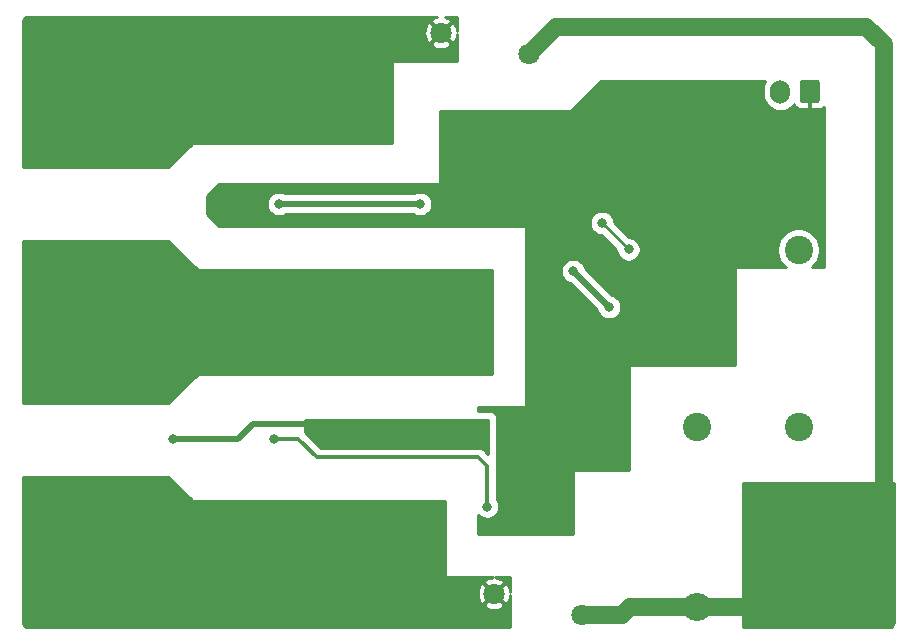
<source format=gbl>
%TF.GenerationSoftware,KiCad,Pcbnew,5.1.7-a382d34a8~87~ubuntu18.04.1*%
%TF.CreationDate,2021-12-24T14:38:43-05:00*%
%TF.ProjectId,Source_Balancer_SMD,536f7572-6365-45f4-9261-6c616e636572,rev?*%
%TF.SameCoordinates,Original*%
%TF.FileFunction,Copper,L2,Bot*%
%TF.FilePolarity,Positive*%
%FSLAX46Y46*%
G04 Gerber Fmt 4.6, Leading zero omitted, Abs format (unit mm)*
G04 Created by KiCad (PCBNEW 5.1.7-a382d34a8~87~ubuntu18.04.1) date 2021-12-24 14:38:43*
%MOMM*%
%LPD*%
G01*
G04 APERTURE LIST*
%TA.AperFunction,ComponentPad*%
%ADD10O,1.700000X2.000000*%
%TD*%
%TA.AperFunction,ComponentPad*%
%ADD11C,1.800000*%
%TD*%
%TA.AperFunction,ComponentPad*%
%ADD12O,2.400000X2.400000*%
%TD*%
%TA.AperFunction,ComponentPad*%
%ADD13C,2.400000*%
%TD*%
%TA.AperFunction,ComponentPad*%
%ADD14C,0.900000*%
%TD*%
%TA.AperFunction,ComponentPad*%
%ADD15C,10.600000*%
%TD*%
%TA.AperFunction,ViaPad*%
%ADD16C,0.800000*%
%TD*%
%TA.AperFunction,Conductor*%
%ADD17C,0.500000*%
%TD*%
%TA.AperFunction,Conductor*%
%ADD18C,0.350000*%
%TD*%
%TA.AperFunction,Conductor*%
%ADD19C,1.500000*%
%TD*%
%TA.AperFunction,Conductor*%
%ADD20C,0.250000*%
%TD*%
%TA.AperFunction,Conductor*%
%ADD21C,0.254000*%
%TD*%
%TA.AperFunction,Conductor*%
%ADD22C,0.100000*%
%TD*%
G04 APERTURE END LIST*
D10*
%TO.P,J5,2*%
%TO.N,Net-(J5-Pad2)*%
X123750000Y-45500000D03*
%TO.P,J5,1*%
%TO.N,GND*%
%TA.AperFunction,ComponentPad*%
G36*
G01*
X127100000Y-44750000D02*
X127100000Y-46250000D01*
G75*
G02*
X126850000Y-46500000I-250000J0D01*
G01*
X125650000Y-46500000D01*
G75*
G02*
X125400000Y-46250000I0J250000D01*
G01*
X125400000Y-44750000D01*
G75*
G02*
X125650000Y-44500000I250000J0D01*
G01*
X126850000Y-44500000D01*
G75*
G02*
X127100000Y-44750000I0J-250000D01*
G01*
G37*
%TD.AperFunction*%
%TD*%
D11*
%TO.P,RV2,2*%
%TO.N,NEUT*%
X107000000Y-89800000D03*
%TO.P,RV2,1*%
%TO.N,/LIVE_B*%
X99500000Y-88000000D03*
%TD*%
%TO.P,RV1,2*%
%TO.N,NEUT*%
X102500000Y-42300000D03*
%TO.P,RV1,1*%
%TO.N,/LIVE_A*%
X95000000Y-40500000D03*
%TD*%
D12*
%TO.P,R6,2*%
%TO.N,NEUT*%
X116700000Y-89150000D03*
D13*
%TO.P,R6,1*%
%TO.N,Net-(C1-Pad1)*%
X116700000Y-73910000D03*
%TD*%
D14*
%TO.P,J4,1*%
%TO.N,/LIVE_OUT*%
X67810749Y-62189251D03*
X65000000Y-61025000D03*
X62189251Y-62189251D03*
X61025000Y-65000000D03*
X62189251Y-67810749D03*
X65000000Y-68975000D03*
X67810749Y-67810749D03*
X68975000Y-65000000D03*
D15*
X65000000Y-65000000D03*
%TD*%
D14*
%TO.P,J3,1*%
%TO.N,/LIVE_B*%
X67810749Y-82189251D03*
X65000000Y-81025000D03*
X62189251Y-82189251D03*
X61025000Y-85000000D03*
X62189251Y-87810749D03*
X65000000Y-88975000D03*
X67810749Y-87810749D03*
X68975000Y-85000000D03*
D15*
X65000000Y-85000000D03*
%TD*%
D14*
%TO.P,J2,1*%
%TO.N,/LIVE_A*%
X67810749Y-42189251D03*
X65000000Y-41025000D03*
X62189251Y-42189251D03*
X61025000Y-45000000D03*
X62189251Y-47810749D03*
X65000000Y-48975000D03*
X67810749Y-47810749D03*
X68975000Y-45000000D03*
D15*
X65000000Y-45000000D03*
%TD*%
D14*
%TO.P,J1,1*%
%TO.N,NEUT*%
X130810749Y-82689251D03*
X128000000Y-81525000D03*
X125189251Y-82689251D03*
X124025000Y-85500000D03*
X125189251Y-88310749D03*
X128000000Y-89475000D03*
X130810749Y-88310749D03*
X131975000Y-85500000D03*
D15*
X128000000Y-85500000D03*
%TD*%
D13*
%TO.P,C1,2*%
%TO.N,Net-(C1-Pad2)*%
X125300000Y-58900000D03*
%TO.P,C1,1*%
%TO.N,Net-(C1-Pad1)*%
X125300000Y-73900000D03*
%TD*%
D16*
%TO.N,GND*%
X111500000Y-54200000D03*
X104100000Y-49200000D03*
X106600000Y-55500000D03*
X104600000Y-72750000D03*
X110150000Y-71100000D03*
X115500000Y-57150000D03*
X107000000Y-74750000D03*
X104500000Y-80950000D03*
X100850000Y-72500000D03*
X99000000Y-49950000D03*
X112950000Y-67250000D03*
X75650000Y-54500000D03*
X96500000Y-49100000D03*
X100950000Y-82450000D03*
X107850000Y-46600000D03*
X107850000Y-45700000D03*
X125300000Y-48400000D03*
X89250000Y-56400000D03*
X90250000Y-56400000D03*
X89250000Y-53700000D03*
X90250000Y-53700000D03*
X75650000Y-55600000D03*
X117900000Y-67550000D03*
%TO.N,+15V*%
X109250000Y-63750000D03*
X106200000Y-60700000D03*
%TO.N,Net-(C6-Pad1)*%
X98750000Y-75000000D03*
X85250000Y-73600000D03*
X85250000Y-74950000D03*
X86250000Y-74950000D03*
X86250000Y-73600000D03*
X72350000Y-74900000D03*
%TO.N,Net-(D5-Pad1)*%
X81300000Y-55000000D03*
X93250000Y-55000000D03*
%TO.N,Net-(D8-Pad1)*%
X80925000Y-74875000D03*
X98925000Y-80625000D03*
%TO.N,/LIVE_A*%
X90000000Y-44000000D03*
X87000000Y-46000000D03*
X81000000Y-42000000D03*
X84000000Y-44000000D03*
X84000000Y-46000000D03*
X90000000Y-46000000D03*
X87000000Y-42000000D03*
X87000000Y-44000000D03*
X81000000Y-44000000D03*
X84000000Y-42000000D03*
X81000000Y-46000000D03*
X90000000Y-42000000D03*
X87000000Y-48000000D03*
X90000000Y-48000000D03*
X84000000Y-48000000D03*
X81000000Y-48000000D03*
%TO.N,/LIVE_B*%
X94500000Y-84000000D03*
X91500000Y-86000000D03*
X85500000Y-82000000D03*
X88500000Y-84000000D03*
X88500000Y-86000000D03*
X94500000Y-86000000D03*
X91500000Y-82000000D03*
X91500000Y-84000000D03*
X85500000Y-84000000D03*
X88500000Y-82000000D03*
X85500000Y-86000000D03*
X94500000Y-82000000D03*
X91500000Y-88000000D03*
X94500000Y-88000000D03*
X88500000Y-88000000D03*
X85500000Y-88000000D03*
%TO.N,/LIVE_OUT*%
X86000000Y-64000000D03*
X83000000Y-66000000D03*
X77000000Y-62000000D03*
X80000000Y-64000000D03*
X80000000Y-66000000D03*
X86000000Y-66000000D03*
X83000000Y-62000000D03*
X83000000Y-64000000D03*
X77000000Y-64000000D03*
X80000000Y-62000000D03*
X77000000Y-66000000D03*
X86000000Y-62000000D03*
X83000000Y-68000000D03*
X86000000Y-68000000D03*
X80000000Y-68000000D03*
X77000000Y-68000000D03*
X95500000Y-68000000D03*
X92500000Y-68000000D03*
X98500000Y-68000000D03*
X89500000Y-68000000D03*
X98500000Y-64000000D03*
X95500000Y-66000000D03*
X89500000Y-62000000D03*
X92500000Y-64000000D03*
X92500000Y-66000000D03*
X98500000Y-66000000D03*
X95500000Y-62000000D03*
X95500000Y-64000000D03*
X89500000Y-64000000D03*
X92500000Y-62000000D03*
X89500000Y-66000000D03*
X98500000Y-62000000D03*
%TO.N,/A_EN*%
X108650000Y-56600000D03*
X110900000Y-58850000D03*
%TD*%
D17*
%TO.N,+15V*%
X109250000Y-63750000D02*
X106200000Y-60700000D01*
%TO.N,Net-(C6-Pad1)*%
X79100000Y-73600000D02*
X85250000Y-73600000D01*
X77800000Y-74900000D02*
X79100000Y-73600000D01*
X72350000Y-74900000D02*
X77800000Y-74900000D01*
%TO.N,Net-(D5-Pad1)*%
X81300000Y-55000000D02*
X93250000Y-55000000D01*
X93250000Y-55000000D02*
X93250000Y-55000000D01*
D18*
%TO.N,Net-(D8-Pad1)*%
X98925000Y-77225000D02*
X98925000Y-80625000D01*
X98150000Y-76450000D02*
X98925000Y-77225000D01*
X84500000Y-76450000D02*
X98150000Y-76450000D01*
X82925000Y-74875000D02*
X84500000Y-76450000D01*
X80925000Y-74875000D02*
X82925000Y-74875000D01*
D19*
%TO.N,NEUT*%
X107000000Y-89800000D02*
X110350000Y-89800000D01*
X111000000Y-89150000D02*
X115400000Y-89150000D01*
X110350000Y-89800000D02*
X111000000Y-89150000D01*
X124350000Y-89150000D02*
X128000000Y-85500000D01*
X115400000Y-89150000D02*
X124350000Y-89150000D01*
X132500000Y-81000000D02*
X128000000Y-85500000D01*
X132500000Y-41500000D02*
X132500000Y-81000000D01*
X131000000Y-40000000D02*
X132500000Y-41500000D01*
X104800000Y-40000000D02*
X131000000Y-40000000D01*
X102500000Y-42300000D02*
X104800000Y-40000000D01*
D20*
%TO.N,/A_EN*%
X108650000Y-56600000D02*
X110900000Y-58850000D01*
%TD*%
D21*
%TO.N,/LIVE_OUT*%
X74410197Y-60589803D02*
X74429443Y-60605597D01*
X74451399Y-60617333D01*
X74475224Y-60624560D01*
X74500000Y-60627000D01*
X99373000Y-60627000D01*
X99373000Y-69373000D01*
X74500000Y-69373000D01*
X74475224Y-69375440D01*
X74451399Y-69382667D01*
X74429443Y-69394403D01*
X74410197Y-69410197D01*
X71947394Y-71873000D01*
X59660000Y-71873000D01*
X59660000Y-58127000D01*
X71947394Y-58127000D01*
X74410197Y-60589803D01*
%TA.AperFunction,Conductor*%
D22*
G36*
X74410197Y-60589803D02*
G01*
X74429443Y-60605597D01*
X74451399Y-60617333D01*
X74475224Y-60624560D01*
X74500000Y-60627000D01*
X99373000Y-60627000D01*
X99373000Y-69373000D01*
X74500000Y-69373000D01*
X74475224Y-69375440D01*
X74451399Y-69382667D01*
X74429443Y-69394403D01*
X74410197Y-69410197D01*
X71947394Y-71873000D01*
X59660000Y-71873000D01*
X59660000Y-58127000D01*
X71947394Y-58127000D01*
X74410197Y-60589803D01*
G37*
%TD.AperFunction*%
%TD*%
D21*
%TO.N,/LIVE_A*%
X94476346Y-39219255D02*
X94236547Y-39346024D01*
X94226026Y-39353054D01*
X94140510Y-39572628D01*
X95000000Y-40432118D01*
X95859490Y-39572628D01*
X95773974Y-39353054D01*
X95535344Y-39224097D01*
X95327470Y-39160000D01*
X96373000Y-39160000D01*
X96373000Y-40392907D01*
X96358296Y-40236269D01*
X96280745Y-39976346D01*
X96153976Y-39736547D01*
X96146946Y-39726026D01*
X95927372Y-39640510D01*
X95067882Y-40500000D01*
X95927372Y-41359490D01*
X96146946Y-41273974D01*
X96275903Y-41035344D01*
X96355827Y-40776141D01*
X96373000Y-40609587D01*
X96373000Y-42873000D01*
X91000000Y-42873000D01*
X90975224Y-42875440D01*
X90951399Y-42882667D01*
X90929443Y-42894403D01*
X90910197Y-42910197D01*
X90894403Y-42929443D01*
X90882667Y-42951399D01*
X90875440Y-42975224D01*
X90873000Y-43000000D01*
X90873000Y-49873000D01*
X74000000Y-49873000D01*
X73975224Y-49875440D01*
X73951399Y-49882667D01*
X73929443Y-49894403D01*
X73910197Y-49910197D01*
X71947394Y-51873000D01*
X59660000Y-51873000D01*
X59660000Y-41427372D01*
X94140510Y-41427372D01*
X94226026Y-41646946D01*
X94464656Y-41775903D01*
X94723859Y-41855827D01*
X94993674Y-41883647D01*
X95263731Y-41858296D01*
X95523654Y-41780745D01*
X95763453Y-41653976D01*
X95773974Y-41646946D01*
X95859490Y-41427372D01*
X95000000Y-40567882D01*
X94140510Y-41427372D01*
X59660000Y-41427372D01*
X59660000Y-40493674D01*
X93616353Y-40493674D01*
X93641704Y-40763731D01*
X93719255Y-41023654D01*
X93846024Y-41263453D01*
X93853054Y-41273974D01*
X94072628Y-41359490D01*
X94932118Y-40500000D01*
X94072628Y-39640510D01*
X93853054Y-39726026D01*
X93724097Y-39964656D01*
X93644173Y-40223859D01*
X93616353Y-40493674D01*
X59660000Y-40493674D01*
X59660000Y-39532279D01*
X59669580Y-39434576D01*
X59688580Y-39371644D01*
X59719445Y-39313595D01*
X59760989Y-39262657D01*
X59811644Y-39220752D01*
X59869471Y-39189485D01*
X59932272Y-39170044D01*
X60027835Y-39160000D01*
X94674947Y-39160000D01*
X94476346Y-39219255D01*
%TA.AperFunction,Conductor*%
D22*
G36*
X94476346Y-39219255D02*
G01*
X94236547Y-39346024D01*
X94226026Y-39353054D01*
X94140510Y-39572628D01*
X95000000Y-40432118D01*
X95859490Y-39572628D01*
X95773974Y-39353054D01*
X95535344Y-39224097D01*
X95327470Y-39160000D01*
X96373000Y-39160000D01*
X96373000Y-40392907D01*
X96358296Y-40236269D01*
X96280745Y-39976346D01*
X96153976Y-39736547D01*
X96146946Y-39726026D01*
X95927372Y-39640510D01*
X95067882Y-40500000D01*
X95927372Y-41359490D01*
X96146946Y-41273974D01*
X96275903Y-41035344D01*
X96355827Y-40776141D01*
X96373000Y-40609587D01*
X96373000Y-42873000D01*
X91000000Y-42873000D01*
X90975224Y-42875440D01*
X90951399Y-42882667D01*
X90929443Y-42894403D01*
X90910197Y-42910197D01*
X90894403Y-42929443D01*
X90882667Y-42951399D01*
X90875440Y-42975224D01*
X90873000Y-43000000D01*
X90873000Y-49873000D01*
X74000000Y-49873000D01*
X73975224Y-49875440D01*
X73951399Y-49882667D01*
X73929443Y-49894403D01*
X73910197Y-49910197D01*
X71947394Y-51873000D01*
X59660000Y-51873000D01*
X59660000Y-41427372D01*
X94140510Y-41427372D01*
X94226026Y-41646946D01*
X94464656Y-41775903D01*
X94723859Y-41855827D01*
X94993674Y-41883647D01*
X95263731Y-41858296D01*
X95523654Y-41780745D01*
X95763453Y-41653976D01*
X95773974Y-41646946D01*
X95859490Y-41427372D01*
X95000000Y-40567882D01*
X94140510Y-41427372D01*
X59660000Y-41427372D01*
X59660000Y-40493674D01*
X93616353Y-40493674D01*
X93641704Y-40763731D01*
X93719255Y-41023654D01*
X93846024Y-41263453D01*
X93853054Y-41273974D01*
X94072628Y-41359490D01*
X94932118Y-40500000D01*
X94072628Y-39640510D01*
X93853054Y-39726026D01*
X93724097Y-39964656D01*
X93644173Y-40223859D01*
X93616353Y-40493674D01*
X59660000Y-40493674D01*
X59660000Y-39532279D01*
X59669580Y-39434576D01*
X59688580Y-39371644D01*
X59719445Y-39313595D01*
X59760989Y-39262657D01*
X59811644Y-39220752D01*
X59869471Y-39189485D01*
X59932272Y-39170044D01*
X60027835Y-39160000D01*
X94674947Y-39160000D01*
X94476346Y-39219255D01*
G37*
%TD.AperFunction*%
%TD*%
D21*
%TO.N,/LIVE_B*%
X73910197Y-80089803D02*
X73929443Y-80105597D01*
X73951399Y-80117333D01*
X73975224Y-80124560D01*
X74000000Y-80127000D01*
X95373000Y-80127000D01*
X95373000Y-86500000D01*
X95375440Y-86524776D01*
X95382667Y-86548601D01*
X95394403Y-86570557D01*
X95410197Y-86589803D01*
X95429443Y-86605597D01*
X95451399Y-86617333D01*
X95475224Y-86624560D01*
X95500000Y-86627000D01*
X99392907Y-86627000D01*
X99236269Y-86641704D01*
X98976346Y-86719255D01*
X98736547Y-86846024D01*
X98726026Y-86853054D01*
X98640510Y-87072628D01*
X99500000Y-87932118D01*
X100359490Y-87072628D01*
X100273974Y-86853054D01*
X100035344Y-86724097D01*
X99776141Y-86644173D01*
X99609587Y-86627000D01*
X100873000Y-86627000D01*
X100873000Y-87892907D01*
X100858296Y-87736269D01*
X100780745Y-87476346D01*
X100653976Y-87236547D01*
X100646946Y-87226026D01*
X100427372Y-87140510D01*
X99567882Y-88000000D01*
X100427372Y-88859490D01*
X100646946Y-88773974D01*
X100775903Y-88535344D01*
X100855827Y-88276141D01*
X100873000Y-88109587D01*
X100873000Y-90840000D01*
X60032279Y-90840000D01*
X59934576Y-90830420D01*
X59871643Y-90811420D01*
X59813594Y-90780554D01*
X59762657Y-90739011D01*
X59720752Y-90688356D01*
X59689485Y-90630529D01*
X59670044Y-90567728D01*
X59660000Y-90472165D01*
X59660000Y-88927372D01*
X98640510Y-88927372D01*
X98726026Y-89146946D01*
X98964656Y-89275903D01*
X99223859Y-89355827D01*
X99493674Y-89383647D01*
X99763731Y-89358296D01*
X100023654Y-89280745D01*
X100263453Y-89153976D01*
X100273974Y-89146946D01*
X100359490Y-88927372D01*
X99500000Y-88067882D01*
X98640510Y-88927372D01*
X59660000Y-88927372D01*
X59660000Y-87993674D01*
X98116353Y-87993674D01*
X98141704Y-88263731D01*
X98219255Y-88523654D01*
X98346024Y-88763453D01*
X98353054Y-88773974D01*
X98572628Y-88859490D01*
X99432118Y-88000000D01*
X98572628Y-87140510D01*
X98353054Y-87226026D01*
X98224097Y-87464656D01*
X98144173Y-87723859D01*
X98116353Y-87993674D01*
X59660000Y-87993674D01*
X59660000Y-78127000D01*
X71947394Y-78127000D01*
X73910197Y-80089803D01*
%TA.AperFunction,Conductor*%
D22*
G36*
X73910197Y-80089803D02*
G01*
X73929443Y-80105597D01*
X73951399Y-80117333D01*
X73975224Y-80124560D01*
X74000000Y-80127000D01*
X95373000Y-80127000D01*
X95373000Y-86500000D01*
X95375440Y-86524776D01*
X95382667Y-86548601D01*
X95394403Y-86570557D01*
X95410197Y-86589803D01*
X95429443Y-86605597D01*
X95451399Y-86617333D01*
X95475224Y-86624560D01*
X95500000Y-86627000D01*
X99392907Y-86627000D01*
X99236269Y-86641704D01*
X98976346Y-86719255D01*
X98736547Y-86846024D01*
X98726026Y-86853054D01*
X98640510Y-87072628D01*
X99500000Y-87932118D01*
X100359490Y-87072628D01*
X100273974Y-86853054D01*
X100035344Y-86724097D01*
X99776141Y-86644173D01*
X99609587Y-86627000D01*
X100873000Y-86627000D01*
X100873000Y-87892907D01*
X100858296Y-87736269D01*
X100780745Y-87476346D01*
X100653976Y-87236547D01*
X100646946Y-87226026D01*
X100427372Y-87140510D01*
X99567882Y-88000000D01*
X100427372Y-88859490D01*
X100646946Y-88773974D01*
X100775903Y-88535344D01*
X100855827Y-88276141D01*
X100873000Y-88109587D01*
X100873000Y-90840000D01*
X60032279Y-90840000D01*
X59934576Y-90830420D01*
X59871643Y-90811420D01*
X59813594Y-90780554D01*
X59762657Y-90739011D01*
X59720752Y-90688356D01*
X59689485Y-90630529D01*
X59670044Y-90567728D01*
X59660000Y-90472165D01*
X59660000Y-88927372D01*
X98640510Y-88927372D01*
X98726026Y-89146946D01*
X98964656Y-89275903D01*
X99223859Y-89355827D01*
X99493674Y-89383647D01*
X99763731Y-89358296D01*
X100023654Y-89280745D01*
X100263453Y-89153976D01*
X100273974Y-89146946D01*
X100359490Y-88927372D01*
X99500000Y-88067882D01*
X98640510Y-88927372D01*
X59660000Y-88927372D01*
X59660000Y-87993674D01*
X98116353Y-87993674D01*
X98141704Y-88263731D01*
X98219255Y-88523654D01*
X98346024Y-88763453D01*
X98353054Y-88773974D01*
X98572628Y-88859490D01*
X99432118Y-88000000D01*
X98572628Y-87140510D01*
X98353054Y-87226026D01*
X98224097Y-87464656D01*
X98144173Y-87723859D01*
X98116353Y-87993674D01*
X59660000Y-87993674D01*
X59660000Y-78127000D01*
X71947394Y-78127000D01*
X73910197Y-80089803D01*
G37*
%TD.AperFunction*%
%TD*%
D21*
%TO.N,NEUT*%
X133340001Y-90467711D02*
X133330420Y-90565424D01*
X133311420Y-90628357D01*
X133280554Y-90686406D01*
X133239011Y-90737343D01*
X133188356Y-90779248D01*
X133130529Y-90810515D01*
X133067728Y-90829956D01*
X132972165Y-90840000D01*
X120627000Y-90840000D01*
X120627000Y-78627000D01*
X133340001Y-78627000D01*
X133340001Y-90467711D01*
%TA.AperFunction,Conductor*%
D22*
G36*
X133340001Y-90467711D02*
G01*
X133330420Y-90565424D01*
X133311420Y-90628357D01*
X133280554Y-90686406D01*
X133239011Y-90737343D01*
X133188356Y-90779248D01*
X133130529Y-90810515D01*
X133067728Y-90829956D01*
X132972165Y-90840000D01*
X120627000Y-90840000D01*
X120627000Y-78627000D01*
X133340001Y-78627000D01*
X133340001Y-90467711D01*
G37*
%TD.AperFunction*%
%TD*%
D21*
%TO.N,GND*%
X122371401Y-44778966D02*
X122286487Y-45058889D01*
X122265000Y-45277050D01*
X122265000Y-45722949D01*
X122286487Y-45941110D01*
X122371401Y-46221033D01*
X122509294Y-46479013D01*
X122694866Y-46705134D01*
X122920986Y-46890706D01*
X123178966Y-47028599D01*
X123458889Y-47113513D01*
X123750000Y-47142185D01*
X124041110Y-47113513D01*
X124321033Y-47028599D01*
X124579013Y-46890706D01*
X124805134Y-46705134D01*
X124926349Y-46557433D01*
X124929902Y-46593508D01*
X124957177Y-46683423D01*
X125001470Y-46766289D01*
X125061078Y-46838922D01*
X125133711Y-46898530D01*
X125216577Y-46942823D01*
X125306492Y-46970098D01*
X125400000Y-46979308D01*
X126082750Y-46977000D01*
X126202000Y-46857750D01*
X126202000Y-45548000D01*
X126182000Y-45548000D01*
X126182000Y-45452000D01*
X126202000Y-45452000D01*
X126202000Y-45432000D01*
X126298000Y-45432000D01*
X126298000Y-45452000D01*
X126318000Y-45452000D01*
X126318000Y-45548000D01*
X126298000Y-45548000D01*
X126298000Y-46857750D01*
X126417250Y-46977000D01*
X127100000Y-46979308D01*
X127193508Y-46970098D01*
X127283423Y-46942823D01*
X127366289Y-46898530D01*
X127438922Y-46838922D01*
X127473000Y-46797398D01*
X127473000Y-60373000D01*
X126398413Y-60373000D01*
X126469744Y-60325338D01*
X126725338Y-60069744D01*
X126926156Y-59769199D01*
X127064482Y-59435250D01*
X127135000Y-59080732D01*
X127135000Y-58719268D01*
X127064482Y-58364750D01*
X126926156Y-58030801D01*
X126725338Y-57730256D01*
X126469744Y-57474662D01*
X126169199Y-57273844D01*
X125835250Y-57135518D01*
X125480732Y-57065000D01*
X125119268Y-57065000D01*
X124764750Y-57135518D01*
X124430801Y-57273844D01*
X124130256Y-57474662D01*
X123874662Y-57730256D01*
X123673844Y-58030801D01*
X123535518Y-58364750D01*
X123465000Y-58719268D01*
X123465000Y-59080732D01*
X123535518Y-59435250D01*
X123673844Y-59769199D01*
X123874662Y-60069744D01*
X124130256Y-60325338D01*
X124201587Y-60373000D01*
X120000000Y-60373000D01*
X119975224Y-60375440D01*
X119951399Y-60382667D01*
X119929443Y-60394403D01*
X119910197Y-60410197D01*
X119894403Y-60429443D01*
X119882667Y-60451399D01*
X119875440Y-60475224D01*
X119873000Y-60500000D01*
X119873000Y-68673000D01*
X111100000Y-68673000D01*
X111075224Y-68675440D01*
X111051399Y-68682667D01*
X111029443Y-68694403D01*
X111010197Y-68710197D01*
X110994403Y-68729443D01*
X110982667Y-68751399D01*
X110975440Y-68775224D01*
X110973000Y-68800000D01*
X110973000Y-77573000D01*
X106300000Y-77573000D01*
X106275224Y-77575440D01*
X106251399Y-77582667D01*
X106229443Y-77594403D01*
X106210197Y-77610197D01*
X106194403Y-77629443D01*
X106182667Y-77651399D01*
X106175440Y-77675224D01*
X106173000Y-77700000D01*
X106173000Y-82973000D01*
X98177000Y-82973000D01*
X98177000Y-81340711D01*
X98265226Y-81428937D01*
X98434744Y-81542205D01*
X98623102Y-81620226D01*
X98823061Y-81660000D01*
X99026939Y-81660000D01*
X99226898Y-81620226D01*
X99415256Y-81542205D01*
X99584774Y-81428937D01*
X99728937Y-81284774D01*
X99842205Y-81115256D01*
X99920226Y-80926898D01*
X99960000Y-80726939D01*
X99960000Y-80523061D01*
X99920226Y-80323102D01*
X99842205Y-80134744D01*
X99735000Y-79974300D01*
X99735000Y-77264791D01*
X99738919Y-77225000D01*
X99723432Y-77067758D01*
X99736664Y-77043004D01*
X99772799Y-76923882D01*
X99785000Y-76800000D01*
X99785000Y-73150000D01*
X99772799Y-73026118D01*
X99736664Y-72906996D01*
X99677983Y-72797213D01*
X99599013Y-72700987D01*
X99502787Y-72622017D01*
X99393004Y-72563336D01*
X99273882Y-72527201D01*
X99150000Y-72515000D01*
X98177000Y-72515000D01*
X98177000Y-72227000D01*
X102100000Y-72227000D01*
X102124776Y-72224560D01*
X102148601Y-72217333D01*
X102170557Y-72205597D01*
X102189803Y-72189803D01*
X102205597Y-72170557D01*
X102217333Y-72148601D01*
X102224560Y-72124776D01*
X102227000Y-72100000D01*
X102227000Y-60598061D01*
X105165000Y-60598061D01*
X105165000Y-60801939D01*
X105204774Y-61001898D01*
X105282795Y-61190256D01*
X105396063Y-61359774D01*
X105540226Y-61503937D01*
X105709744Y-61617205D01*
X105898102Y-61695226D01*
X105954957Y-61706535D01*
X108243465Y-63995044D01*
X108254774Y-64051898D01*
X108332795Y-64240256D01*
X108446063Y-64409774D01*
X108590226Y-64553937D01*
X108759744Y-64667205D01*
X108948102Y-64745226D01*
X109148061Y-64785000D01*
X109351939Y-64785000D01*
X109551898Y-64745226D01*
X109740256Y-64667205D01*
X109909774Y-64553937D01*
X110053937Y-64409774D01*
X110167205Y-64240256D01*
X110245226Y-64051898D01*
X110285000Y-63851939D01*
X110285000Y-63648061D01*
X110245226Y-63448102D01*
X110167205Y-63259744D01*
X110053937Y-63090226D01*
X109909774Y-62946063D01*
X109740256Y-62832795D01*
X109551898Y-62754774D01*
X109495044Y-62743465D01*
X107206535Y-60454957D01*
X107195226Y-60398102D01*
X107117205Y-60209744D01*
X107003937Y-60040226D01*
X106859774Y-59896063D01*
X106690256Y-59782795D01*
X106501898Y-59704774D01*
X106301939Y-59665000D01*
X106098061Y-59665000D01*
X105898102Y-59704774D01*
X105709744Y-59782795D01*
X105540226Y-59896063D01*
X105396063Y-60040226D01*
X105282795Y-60209744D01*
X105204774Y-60398102D01*
X105165000Y-60598061D01*
X102227000Y-60598061D01*
X102227000Y-57000000D01*
X102224560Y-56975224D01*
X102217333Y-56951399D01*
X102205597Y-56929443D01*
X102189803Y-56910197D01*
X102170557Y-56894403D01*
X102148601Y-56882667D01*
X102124776Y-56875440D01*
X102100000Y-56873000D01*
X76252606Y-56873000D01*
X75877667Y-56498061D01*
X107615000Y-56498061D01*
X107615000Y-56701939D01*
X107654774Y-56901898D01*
X107732795Y-57090256D01*
X107846063Y-57259774D01*
X107990226Y-57403937D01*
X108159744Y-57517205D01*
X108348102Y-57595226D01*
X108548061Y-57635000D01*
X108610199Y-57635000D01*
X109865000Y-58889802D01*
X109865000Y-58951939D01*
X109904774Y-59151898D01*
X109982795Y-59340256D01*
X110096063Y-59509774D01*
X110240226Y-59653937D01*
X110409744Y-59767205D01*
X110598102Y-59845226D01*
X110798061Y-59885000D01*
X111001939Y-59885000D01*
X111201898Y-59845226D01*
X111390256Y-59767205D01*
X111559774Y-59653937D01*
X111703937Y-59509774D01*
X111817205Y-59340256D01*
X111895226Y-59151898D01*
X111935000Y-58951939D01*
X111935000Y-58748061D01*
X111895226Y-58548102D01*
X111817205Y-58359744D01*
X111703937Y-58190226D01*
X111559774Y-58046063D01*
X111390256Y-57932795D01*
X111201898Y-57854774D01*
X111001939Y-57815000D01*
X110939802Y-57815000D01*
X109685000Y-56560199D01*
X109685000Y-56498061D01*
X109645226Y-56298102D01*
X109567205Y-56109744D01*
X109453937Y-55940226D01*
X109309774Y-55796063D01*
X109140256Y-55682795D01*
X108951898Y-55604774D01*
X108751939Y-55565000D01*
X108548061Y-55565000D01*
X108348102Y-55604774D01*
X108159744Y-55682795D01*
X107990226Y-55796063D01*
X107846063Y-55940226D01*
X107732795Y-56109744D01*
X107654774Y-56298102D01*
X107615000Y-56498061D01*
X75877667Y-56498061D01*
X75227000Y-55847394D01*
X75227000Y-54898061D01*
X80265000Y-54898061D01*
X80265000Y-55101939D01*
X80304774Y-55301898D01*
X80382795Y-55490256D01*
X80496063Y-55659774D01*
X80640226Y-55803937D01*
X80809744Y-55917205D01*
X80998102Y-55995226D01*
X81198061Y-56035000D01*
X81401939Y-56035000D01*
X81601898Y-55995226D01*
X81790256Y-55917205D01*
X81838454Y-55885000D01*
X92711546Y-55885000D01*
X92759744Y-55917205D01*
X92948102Y-55995226D01*
X93148061Y-56035000D01*
X93351939Y-56035000D01*
X93551898Y-55995226D01*
X93740256Y-55917205D01*
X93909774Y-55803937D01*
X94053937Y-55659774D01*
X94167205Y-55490256D01*
X94245226Y-55301898D01*
X94285000Y-55101939D01*
X94285000Y-54898061D01*
X94245226Y-54698102D01*
X94167205Y-54509744D01*
X94053937Y-54340226D01*
X93909774Y-54196063D01*
X93740256Y-54082795D01*
X93551898Y-54004774D01*
X93351939Y-53965000D01*
X93148061Y-53965000D01*
X92948102Y-54004774D01*
X92759744Y-54082795D01*
X92711546Y-54115000D01*
X81838454Y-54115000D01*
X81790256Y-54082795D01*
X81601898Y-54004774D01*
X81401939Y-53965000D01*
X81198061Y-53965000D01*
X80998102Y-54004774D01*
X80809744Y-54082795D01*
X80640226Y-54196063D01*
X80496063Y-54340226D01*
X80382795Y-54509744D01*
X80304774Y-54698102D01*
X80265000Y-54898061D01*
X75227000Y-54898061D01*
X75227000Y-54352606D01*
X76252606Y-53327000D01*
X94800000Y-53327000D01*
X94824776Y-53324560D01*
X94848601Y-53317333D01*
X94870557Y-53305597D01*
X94889803Y-53289803D01*
X94905597Y-53270557D01*
X94917333Y-53248601D01*
X94924560Y-53224776D01*
X94927000Y-53200000D01*
X94927000Y-47127000D01*
X106000000Y-47127000D01*
X106024776Y-47124560D01*
X106048601Y-47117333D01*
X106070557Y-47105597D01*
X106089803Y-47089803D01*
X108552606Y-44627000D01*
X122452628Y-44627000D01*
X122371401Y-44778966D01*
%TA.AperFunction,Conductor*%
D22*
G36*
X122371401Y-44778966D02*
G01*
X122286487Y-45058889D01*
X122265000Y-45277050D01*
X122265000Y-45722949D01*
X122286487Y-45941110D01*
X122371401Y-46221033D01*
X122509294Y-46479013D01*
X122694866Y-46705134D01*
X122920986Y-46890706D01*
X123178966Y-47028599D01*
X123458889Y-47113513D01*
X123750000Y-47142185D01*
X124041110Y-47113513D01*
X124321033Y-47028599D01*
X124579013Y-46890706D01*
X124805134Y-46705134D01*
X124926349Y-46557433D01*
X124929902Y-46593508D01*
X124957177Y-46683423D01*
X125001470Y-46766289D01*
X125061078Y-46838922D01*
X125133711Y-46898530D01*
X125216577Y-46942823D01*
X125306492Y-46970098D01*
X125400000Y-46979308D01*
X126082750Y-46977000D01*
X126202000Y-46857750D01*
X126202000Y-45548000D01*
X126182000Y-45548000D01*
X126182000Y-45452000D01*
X126202000Y-45452000D01*
X126202000Y-45432000D01*
X126298000Y-45432000D01*
X126298000Y-45452000D01*
X126318000Y-45452000D01*
X126318000Y-45548000D01*
X126298000Y-45548000D01*
X126298000Y-46857750D01*
X126417250Y-46977000D01*
X127100000Y-46979308D01*
X127193508Y-46970098D01*
X127283423Y-46942823D01*
X127366289Y-46898530D01*
X127438922Y-46838922D01*
X127473000Y-46797398D01*
X127473000Y-60373000D01*
X126398413Y-60373000D01*
X126469744Y-60325338D01*
X126725338Y-60069744D01*
X126926156Y-59769199D01*
X127064482Y-59435250D01*
X127135000Y-59080732D01*
X127135000Y-58719268D01*
X127064482Y-58364750D01*
X126926156Y-58030801D01*
X126725338Y-57730256D01*
X126469744Y-57474662D01*
X126169199Y-57273844D01*
X125835250Y-57135518D01*
X125480732Y-57065000D01*
X125119268Y-57065000D01*
X124764750Y-57135518D01*
X124430801Y-57273844D01*
X124130256Y-57474662D01*
X123874662Y-57730256D01*
X123673844Y-58030801D01*
X123535518Y-58364750D01*
X123465000Y-58719268D01*
X123465000Y-59080732D01*
X123535518Y-59435250D01*
X123673844Y-59769199D01*
X123874662Y-60069744D01*
X124130256Y-60325338D01*
X124201587Y-60373000D01*
X120000000Y-60373000D01*
X119975224Y-60375440D01*
X119951399Y-60382667D01*
X119929443Y-60394403D01*
X119910197Y-60410197D01*
X119894403Y-60429443D01*
X119882667Y-60451399D01*
X119875440Y-60475224D01*
X119873000Y-60500000D01*
X119873000Y-68673000D01*
X111100000Y-68673000D01*
X111075224Y-68675440D01*
X111051399Y-68682667D01*
X111029443Y-68694403D01*
X111010197Y-68710197D01*
X110994403Y-68729443D01*
X110982667Y-68751399D01*
X110975440Y-68775224D01*
X110973000Y-68800000D01*
X110973000Y-77573000D01*
X106300000Y-77573000D01*
X106275224Y-77575440D01*
X106251399Y-77582667D01*
X106229443Y-77594403D01*
X106210197Y-77610197D01*
X106194403Y-77629443D01*
X106182667Y-77651399D01*
X106175440Y-77675224D01*
X106173000Y-77700000D01*
X106173000Y-82973000D01*
X98177000Y-82973000D01*
X98177000Y-81340711D01*
X98265226Y-81428937D01*
X98434744Y-81542205D01*
X98623102Y-81620226D01*
X98823061Y-81660000D01*
X99026939Y-81660000D01*
X99226898Y-81620226D01*
X99415256Y-81542205D01*
X99584774Y-81428937D01*
X99728937Y-81284774D01*
X99842205Y-81115256D01*
X99920226Y-80926898D01*
X99960000Y-80726939D01*
X99960000Y-80523061D01*
X99920226Y-80323102D01*
X99842205Y-80134744D01*
X99735000Y-79974300D01*
X99735000Y-77264791D01*
X99738919Y-77225000D01*
X99723432Y-77067758D01*
X99736664Y-77043004D01*
X99772799Y-76923882D01*
X99785000Y-76800000D01*
X99785000Y-73150000D01*
X99772799Y-73026118D01*
X99736664Y-72906996D01*
X99677983Y-72797213D01*
X99599013Y-72700987D01*
X99502787Y-72622017D01*
X99393004Y-72563336D01*
X99273882Y-72527201D01*
X99150000Y-72515000D01*
X98177000Y-72515000D01*
X98177000Y-72227000D01*
X102100000Y-72227000D01*
X102124776Y-72224560D01*
X102148601Y-72217333D01*
X102170557Y-72205597D01*
X102189803Y-72189803D01*
X102205597Y-72170557D01*
X102217333Y-72148601D01*
X102224560Y-72124776D01*
X102227000Y-72100000D01*
X102227000Y-60598061D01*
X105165000Y-60598061D01*
X105165000Y-60801939D01*
X105204774Y-61001898D01*
X105282795Y-61190256D01*
X105396063Y-61359774D01*
X105540226Y-61503937D01*
X105709744Y-61617205D01*
X105898102Y-61695226D01*
X105954957Y-61706535D01*
X108243465Y-63995044D01*
X108254774Y-64051898D01*
X108332795Y-64240256D01*
X108446063Y-64409774D01*
X108590226Y-64553937D01*
X108759744Y-64667205D01*
X108948102Y-64745226D01*
X109148061Y-64785000D01*
X109351939Y-64785000D01*
X109551898Y-64745226D01*
X109740256Y-64667205D01*
X109909774Y-64553937D01*
X110053937Y-64409774D01*
X110167205Y-64240256D01*
X110245226Y-64051898D01*
X110285000Y-63851939D01*
X110285000Y-63648061D01*
X110245226Y-63448102D01*
X110167205Y-63259744D01*
X110053937Y-63090226D01*
X109909774Y-62946063D01*
X109740256Y-62832795D01*
X109551898Y-62754774D01*
X109495044Y-62743465D01*
X107206535Y-60454957D01*
X107195226Y-60398102D01*
X107117205Y-60209744D01*
X107003937Y-60040226D01*
X106859774Y-59896063D01*
X106690256Y-59782795D01*
X106501898Y-59704774D01*
X106301939Y-59665000D01*
X106098061Y-59665000D01*
X105898102Y-59704774D01*
X105709744Y-59782795D01*
X105540226Y-59896063D01*
X105396063Y-60040226D01*
X105282795Y-60209744D01*
X105204774Y-60398102D01*
X105165000Y-60598061D01*
X102227000Y-60598061D01*
X102227000Y-57000000D01*
X102224560Y-56975224D01*
X102217333Y-56951399D01*
X102205597Y-56929443D01*
X102189803Y-56910197D01*
X102170557Y-56894403D01*
X102148601Y-56882667D01*
X102124776Y-56875440D01*
X102100000Y-56873000D01*
X76252606Y-56873000D01*
X75877667Y-56498061D01*
X107615000Y-56498061D01*
X107615000Y-56701939D01*
X107654774Y-56901898D01*
X107732795Y-57090256D01*
X107846063Y-57259774D01*
X107990226Y-57403937D01*
X108159744Y-57517205D01*
X108348102Y-57595226D01*
X108548061Y-57635000D01*
X108610199Y-57635000D01*
X109865000Y-58889802D01*
X109865000Y-58951939D01*
X109904774Y-59151898D01*
X109982795Y-59340256D01*
X110096063Y-59509774D01*
X110240226Y-59653937D01*
X110409744Y-59767205D01*
X110598102Y-59845226D01*
X110798061Y-59885000D01*
X111001939Y-59885000D01*
X111201898Y-59845226D01*
X111390256Y-59767205D01*
X111559774Y-59653937D01*
X111703937Y-59509774D01*
X111817205Y-59340256D01*
X111895226Y-59151898D01*
X111935000Y-58951939D01*
X111935000Y-58748061D01*
X111895226Y-58548102D01*
X111817205Y-58359744D01*
X111703937Y-58190226D01*
X111559774Y-58046063D01*
X111390256Y-57932795D01*
X111201898Y-57854774D01*
X111001939Y-57815000D01*
X110939802Y-57815000D01*
X109685000Y-56560199D01*
X109685000Y-56498061D01*
X109645226Y-56298102D01*
X109567205Y-56109744D01*
X109453937Y-55940226D01*
X109309774Y-55796063D01*
X109140256Y-55682795D01*
X108951898Y-55604774D01*
X108751939Y-55565000D01*
X108548061Y-55565000D01*
X108348102Y-55604774D01*
X108159744Y-55682795D01*
X107990226Y-55796063D01*
X107846063Y-55940226D01*
X107732795Y-56109744D01*
X107654774Y-56298102D01*
X107615000Y-56498061D01*
X75877667Y-56498061D01*
X75227000Y-55847394D01*
X75227000Y-54898061D01*
X80265000Y-54898061D01*
X80265000Y-55101939D01*
X80304774Y-55301898D01*
X80382795Y-55490256D01*
X80496063Y-55659774D01*
X80640226Y-55803937D01*
X80809744Y-55917205D01*
X80998102Y-55995226D01*
X81198061Y-56035000D01*
X81401939Y-56035000D01*
X81601898Y-55995226D01*
X81790256Y-55917205D01*
X81838454Y-55885000D01*
X92711546Y-55885000D01*
X92759744Y-55917205D01*
X92948102Y-55995226D01*
X93148061Y-56035000D01*
X93351939Y-56035000D01*
X93551898Y-55995226D01*
X93740256Y-55917205D01*
X93909774Y-55803937D01*
X94053937Y-55659774D01*
X94167205Y-55490256D01*
X94245226Y-55301898D01*
X94285000Y-55101939D01*
X94285000Y-54898061D01*
X94245226Y-54698102D01*
X94167205Y-54509744D01*
X94053937Y-54340226D01*
X93909774Y-54196063D01*
X93740256Y-54082795D01*
X93551898Y-54004774D01*
X93351939Y-53965000D01*
X93148061Y-53965000D01*
X92948102Y-54004774D01*
X92759744Y-54082795D01*
X92711546Y-54115000D01*
X81838454Y-54115000D01*
X81790256Y-54082795D01*
X81601898Y-54004774D01*
X81401939Y-53965000D01*
X81198061Y-53965000D01*
X80998102Y-54004774D01*
X80809744Y-54082795D01*
X80640226Y-54196063D01*
X80496063Y-54340226D01*
X80382795Y-54509744D01*
X80304774Y-54698102D01*
X80265000Y-54898061D01*
X75227000Y-54898061D01*
X75227000Y-54352606D01*
X76252606Y-53327000D01*
X94800000Y-53327000D01*
X94824776Y-53324560D01*
X94848601Y-53317333D01*
X94870557Y-53305597D01*
X94889803Y-53289803D01*
X94905597Y-53270557D01*
X94917333Y-53248601D01*
X94924560Y-53224776D01*
X94927000Y-53200000D01*
X94927000Y-47127000D01*
X106000000Y-47127000D01*
X106024776Y-47124560D01*
X106048601Y-47117333D01*
X106070557Y-47105597D01*
X106089803Y-47089803D01*
X108552606Y-44627000D01*
X122452628Y-44627000D01*
X122371401Y-44778966D01*
G37*
%TD.AperFunction*%
%TD*%
D21*
%TO.N,Net-(C6-Pad1)*%
X99023000Y-76177488D02*
X98750899Y-75905387D01*
X98725528Y-75874472D01*
X98602189Y-75773251D01*
X98461473Y-75698037D01*
X98308788Y-75651720D01*
X98189791Y-75640000D01*
X98189788Y-75640000D01*
X98150000Y-75636081D01*
X98110212Y-75640000D01*
X84835513Y-75640000D01*
X83527000Y-74331488D01*
X83527000Y-73277000D01*
X99023000Y-73277000D01*
X99023000Y-76177488D01*
%TA.AperFunction,Conductor*%
D22*
G36*
X99023000Y-76177488D02*
G01*
X98750899Y-75905387D01*
X98725528Y-75874472D01*
X98602189Y-75773251D01*
X98461473Y-75698037D01*
X98308788Y-75651720D01*
X98189791Y-75640000D01*
X98189788Y-75640000D01*
X98150000Y-75636081D01*
X98110212Y-75640000D01*
X84835513Y-75640000D01*
X83527000Y-74331488D01*
X83527000Y-73277000D01*
X99023000Y-73277000D01*
X99023000Y-76177488D01*
G37*
%TD.AperFunction*%
%TD*%
M02*

</source>
